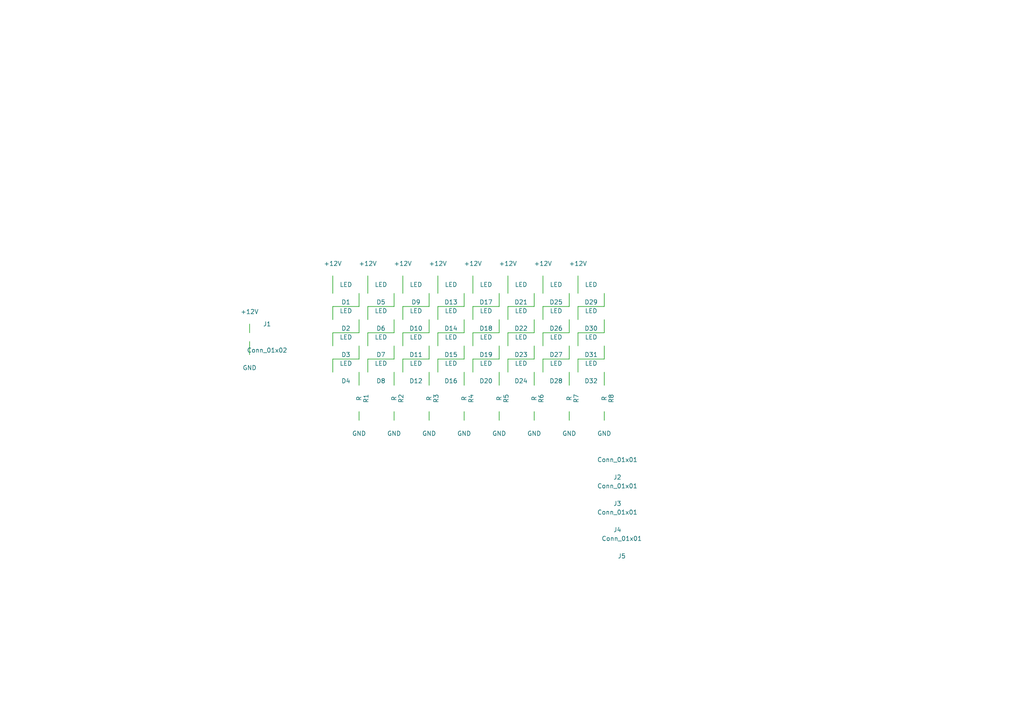
<source format=kicad_sch>
(kicad_sch (version 20230121) (generator eeschema)
  (paper "A4")
  (lib_symbols)
  (wire (pts (xy 114.3 88.9) (xy 114.3 85.09)))
  (wire (pts (xy 127 88.9) (xy 134.62 88.9)))
  (wire (pts (xy 134.62 121.92) (xy 134.62 119.38)))
  (wire (pts (xy 157.48 107.95) (xy 157.48 104.14)))
  (wire (pts (xy 116.84 96.52) (xy 124.46 96.52)))
  (wire (pts (xy 116.84 100.33) (xy 116.84 96.52)))
  (wire (pts (xy 106.68 85.09) (xy 106.68 80.01)))
  (wire (pts (xy 144.78 121.92) (xy 144.78 119.38)))
  (wire (pts (xy 154.94 88.9) (xy 154.94 85.09)))
  (wire (pts (xy 165.1 111.76) (xy 165.1 107.95)))
  (wire (pts (xy 137.16 100.33) (xy 137.16 96.52)))
  (wire (pts (xy 144.78 96.52) (xy 144.78 92.71)))
  (wire (pts (xy 104.14 88.9) (xy 96.52 88.9)))
  (wire (pts (xy 144.78 88.9) (xy 144.78 85.09)))
  (wire (pts (xy 167.64 85.09) (xy 167.64 80.01)))
  (wire (pts (xy 104.14 104.14) (xy 96.52 104.14)))
  (wire (pts (xy 114.3 121.92) (xy 114.3 119.38)))
  (wire (pts (xy 104.14 107.95) (xy 104.14 111.76)))
  (wire (pts (xy 104.14 96.52) (xy 104.14 92.71)))
  (wire (pts (xy 157.48 92.71) (xy 157.48 88.9)))
  (wire (pts (xy 157.48 96.52) (xy 165.1 96.52)))
  (wire (pts (xy 134.62 88.9) (xy 134.62 85.09)))
  (wire (pts (xy 175.26 96.52) (xy 175.26 92.71)))
  (wire (pts (xy 72.39 96.52) (xy 72.39 93.98)))
  (wire (pts (xy 154.94 111.76) (xy 154.94 107.95)))
  (wire (pts (xy 165.1 104.14) (xy 165.1 100.33)))
  (wire (pts (xy 147.32 96.52) (xy 154.94 96.52)))
  (wire (pts (xy 116.84 92.71) (xy 116.84 88.9)))
  (wire (pts (xy 124.46 96.52) (xy 124.46 92.71)))
  (wire (pts (xy 116.84 104.14) (xy 124.46 104.14)))
  (wire (pts (xy 147.32 92.71) (xy 147.32 88.9)))
  (wire (pts (xy 167.64 88.9) (xy 175.26 88.9)))
  (wire (pts (xy 127 92.71) (xy 127 88.9)))
  (wire (pts (xy 114.3 96.52) (xy 114.3 92.71)))
  (wire (pts (xy 157.48 104.14) (xy 165.1 104.14)))
  (wire (pts (xy 127 100.33) (xy 127 96.52)))
  (wire (pts (xy 116.84 85.09) (xy 116.84 80.01)))
  (wire (pts (xy 137.16 88.9) (xy 144.78 88.9)))
  (wire (pts (xy 127 85.09) (xy 127 80.01)))
  (wire (pts (xy 175.26 121.92) (xy 175.26 119.38)))
  (wire (pts (xy 134.62 111.76) (xy 134.62 107.95)))
  (wire (pts (xy 137.16 107.95) (xy 137.16 104.14)))
  (wire (pts (xy 96.52 80.01) (xy 96.52 85.09)))
  (wire (pts (xy 157.48 100.33) (xy 157.48 96.52)))
  (wire (pts (xy 154.94 121.92) (xy 154.94 119.38)))
  (wire (pts (xy 104.14 85.09) (xy 104.14 88.9)))
  (wire (pts (xy 116.84 88.9) (xy 124.46 88.9)))
  (wire (pts (xy 116.84 107.95) (xy 116.84 104.14)))
  (wire (pts (xy 165.1 88.9) (xy 165.1 85.09)))
  (wire (pts (xy 96.52 100.33) (xy 96.52 96.52)))
  (wire (pts (xy 96.52 96.52) (xy 104.14 96.52)))
  (wire (pts (xy 147.32 104.14) (xy 154.94 104.14)))
  (wire (pts (xy 114.3 111.76) (xy 114.3 107.95)))
  (wire (pts (xy 106.68 100.33) (xy 106.68 96.52)))
  (wire (pts (xy 124.46 88.9) (xy 124.46 85.09)))
  (wire (pts (xy 175.26 88.9) (xy 175.26 85.09)))
  (wire (pts (xy 175.26 111.76) (xy 175.26 107.95)))
  (wire (pts (xy 167.64 100.33) (xy 167.64 96.52)))
  (wire (pts (xy 134.62 104.14) (xy 134.62 100.33)))
  (wire (pts (xy 127 104.14) (xy 134.62 104.14)))
  (wire (pts (xy 72.39 99.06) (xy 72.39 102.87)))
  (wire (pts (xy 106.68 96.52) (xy 114.3 96.52)))
  (wire (pts (xy 137.16 92.71) (xy 137.16 88.9)))
  (wire (pts (xy 96.52 88.9) (xy 96.52 92.71)))
  (wire (pts (xy 106.68 107.95) (xy 106.68 104.14)))
  (wire (pts (xy 104.14 100.33) (xy 104.14 104.14)))
  (wire (pts (xy 167.64 96.52) (xy 175.26 96.52)))
  (wire (pts (xy 137.16 85.09) (xy 137.16 80.01)))
  (wire (pts (xy 167.64 92.71) (xy 167.64 88.9)))
  (wire (pts (xy 104.14 119.38) (xy 104.14 121.92)))
  (wire (pts (xy 147.32 85.09) (xy 147.32 80.01)))
  (wire (pts (xy 144.78 111.76) (xy 144.78 107.95)))
  (wire (pts (xy 127 107.95) (xy 127 104.14)))
  (wire (pts (xy 147.32 107.95) (xy 147.32 104.14)))
  (wire (pts (xy 165.1 96.52) (xy 165.1 92.71)))
  (wire (pts (xy 154.94 104.14) (xy 154.94 100.33)))
  (wire (pts (xy 157.48 88.9) (xy 165.1 88.9)))
  (wire (pts (xy 96.52 104.14) (xy 96.52 107.95)))
  (wire (pts (xy 147.32 88.9) (xy 154.94 88.9)))
  (wire (pts (xy 127 96.52) (xy 134.62 96.52)))
  (wire (pts (xy 106.68 92.71) (xy 106.68 88.9)))
  (wire (pts (xy 137.16 96.52) (xy 144.78 96.52)))
  (wire (pts (xy 175.26 104.14) (xy 175.26 100.33)))
  (wire (pts (xy 154.94 96.52) (xy 154.94 92.71)))
  (wire (pts (xy 165.1 121.92) (xy 165.1 119.38)))
  (wire (pts (xy 144.78 104.14) (xy 144.78 100.33)))
  (wire (pts (xy 124.46 121.92) (xy 124.46 119.38)))
  (wire (pts (xy 106.68 104.14) (xy 114.3 104.14)))
  (wire (pts (xy 167.64 104.14) (xy 175.26 104.14)))
  (wire (pts (xy 137.16 104.14) (xy 144.78 104.14)))
  (wire (pts (xy 106.68 88.9) (xy 114.3 88.9)))
  (wire (pts (xy 147.32 100.33) (xy 147.32 96.52)))
  (wire (pts (xy 124.46 111.76) (xy 124.46 107.95)))
  (wire (pts (xy 134.62 96.52) (xy 134.62 92.71)))
  (wire (pts (xy 124.46 104.14) (xy 124.46 100.33)))
  (wire (pts (xy 157.48 85.09) (xy 157.48 80.01)))
  (wire (pts (xy 167.64 107.95) (xy 167.64 104.14)))
  (wire (pts (xy 114.3 104.14) (xy 114.3 100.33)))
  (symbol (lib_id "LED") (at 100.33 85.09 180) (unit 1)
    (property "Reference" "D1" (at 100.33 87.63 0))
    (property "Value" "LED" (at 100.33 82.55 0))
    (property "Footprint" "LEDs:LED_D5.0mm" (effects hide))
  )
  (symbol (lib_id "Conn_01x02") (at 77.47 96.52 0) (unit 1)
    (property "Reference" "J1" (at 77.47 93.98 0))
    (property "Value" "Conn_01x02" (at 77.47 101.6 0))
    (property "Footprint" "Connectors_Molex:Molex_NanoFit_1x02x2.50mm_Straight" (effects hide))
  )
  (symbol (lib_id "R") (at 104.14 115.57 0) (unit 1)
    (property "Reference" "R1" (at 106.172 115.57 90))
    (property "Value" "R" (at 104.14 115.57 90))
    (property "Footprint" "Resistors_THT:R_Axial_DIN0207_L6.3mm_D2.5mm_P10.16mm_Horizontal" (effects hide))
  )
  (symbol (lib_id "+12V") (at 72.39 93.98 0) (unit 1)
    (property "Reference" "#PWR01" (effects hide))
    (property "Value" "+12V" (at 72.39 90.424 0))
  )
  (symbol (lib_id "GND") (at 72.39 102.87 0) (unit 1)
    (property "Reference" "#PWR02" (effects hide))
    (property "Value" "GND" (at 72.39 106.68 0))
  )
  (symbol (lib_id "LED") (at 100.33 92.71 180) (unit 1)
    (property "Reference" "D2" (at 100.33 95.25 0))
    (property "Value" "LED" (at 100.33 90.17 0))
    (property "Footprint" "LEDs:LED_D5.0mm" (effects hide))
  )
  (symbol (lib_id "LED") (at 100.33 100.33 180) (unit 1)
    (property "Reference" "D3" (at 100.33 102.87 0))
    (property "Value" "LED" (at 100.33 97.79 0))
    (property "Footprint" "LEDs:LED_D5.0mm" (effects hide))
  )
  (symbol (lib_id "LED") (at 100.33 107.95 180) (unit 1)
    (property "Reference" "D4" (at 100.33 110.49 0))
    (property "Value" "LED" (at 100.33 105.41 0))
    (property "Footprint" "LEDs:LED_D5.0mm" (effects hide))
  )
  (symbol (lib_id "LED") (at 110.49 85.09 180) (unit 1)
    (property "Reference" "D5" (at 110.49 87.63 0))
    (property "Value" "LED" (at 110.49 82.55 0))
    (property "Footprint" "LEDs:LED_D5.0mm" (effects hide))
  )
  (symbol (lib_id "LED") (at 120.65 85.09 180) (unit 1)
    (property "Reference" "D9" (at 120.65 87.63 0))
    (property "Value" "LED" (at 120.65 82.55 0))
    (property "Footprint" "LEDs:LED_D5.0mm" (effects hide))
  )
  (symbol (lib_id "LED") (at 130.81 85.09 180) (unit 1)
    (property "Reference" "D13" (at 130.81 87.63 0))
    (property "Value" "LED" (at 130.81 82.55 0))
    (property "Footprint" "LEDs:LED_D5.0mm" (effects hide))
  )
  (symbol (lib_id "LED") (at 140.97 85.09 180) (unit 1)
    (property "Reference" "D17" (at 140.97 87.63 0))
    (property "Value" "LED" (at 140.97 82.55 0))
    (property "Footprint" "LEDs:LED_D5.0mm" (effects hide))
  )
  (symbol (lib_id "LED") (at 151.13 85.09 180) (unit 1)
    (property "Reference" "D21" (at 151.13 87.63 0))
    (property "Value" "LED" (at 151.13 82.55 0))
    (property "Footprint" "LEDs:LED_D5.0mm" (effects hide))
  )
  (symbol (lib_id "LED") (at 161.29 85.09 180) (unit 1)
    (property "Reference" "D25" (at 161.29 87.63 0))
    (property "Value" "LED" (at 161.29 82.55 0))
    (property "Footprint" "LEDs:LED_D5.0mm" (effects hide))
  )
  (symbol (lib_id "LED") (at 171.45 85.09 180) (unit 1)
    (property "Reference" "D29" (at 171.45 87.63 0))
    (property "Value" "LED" (at 171.45 82.55 0))
    (property "Footprint" "LEDs:LED_D5.0mm" (effects hide))
  )
  (symbol (lib_id "LED") (at 110.49 92.71 180) (unit 1)
    (property "Reference" "D6" (at 110.49 95.25 0))
    (property "Value" "LED" (at 110.49 90.17 0))
    (property "Footprint" "LEDs:LED_D5.0mm" (effects hide))
  )
  (symbol (lib_id "LED") (at 110.49 100.33 180) (unit 1)
    (property "Reference" "D7" (at 110.49 102.87 0))
    (property "Value" "LED" (at 110.49 97.79 0))
    (property "Footprint" "LEDs:LED_D5.0mm" (effects hide))
  )
  (symbol (lib_id "LED") (at 110.49 107.95 180) (unit 1)
    (property "Reference" "D8" (at 110.49 110.49 0))
    (property "Value" "LED" (at 110.49 105.41 0))
    (property "Footprint" "LEDs:LED_D5.0mm" (effects hide))
  )
  (symbol (lib_id "LED") (at 120.65 92.71 180) (unit 1)
    (property "Reference" "D10" (at 120.65 95.25 0))
    (property "Value" "LED" (at 120.65 90.17 0))
    (property "Footprint" "LEDs:LED_D5.0mm" (effects hide))
  )
  (symbol (lib_id "LED") (at 120.65 100.33 180) (unit 1)
    (property "Reference" "D11" (at 120.65 102.87 0))
    (property "Value" "LED" (at 120.65 97.79 0))
    (property "Footprint" "LEDs:LED_D5.0mm" (effects hide))
  )
  (symbol (lib_id "LED") (at 120.65 107.95 180) (unit 1)
    (property "Reference" "D12" (at 120.65 110.49 0))
    (property "Value" "LED" (at 120.65 105.41 0))
    (property "Footprint" "LEDs:LED_D5.0mm" (effects hide))
  )
  (symbol (lib_id "LED") (at 130.81 92.71 180) (unit 1)
    (property "Reference" "D14" (at 130.81 95.25 0))
    (property "Value" "LED" (at 130.81 90.17 0))
    (property "Footprint" "LEDs:LED_D5.0mm" (effects hide))
  )
  (symbol (lib_id "LED") (at 130.81 100.33 180) (unit 1)
    (property "Reference" "D15" (at 130.81 102.87 0))
    (property "Value" "LED" (at 130.81 97.79 0))
    (property "Footprint" "LEDs:LED_D5.0mm" (effects hide))
  )
  (symbol (lib_id "LED") (at 130.81 107.95 180) (unit 1)
    (property "Reference" "D16" (at 130.81 110.49 0))
    (property "Value" "LED" (at 130.81 105.41 0))
    (property "Footprint" "LEDs:LED_D5.0mm" (effects hide))
  )
  (symbol (lib_id "LED") (at 140.97 92.71 180) (unit 1)
    (property "Reference" "D18" (at 140.97 95.25 0))
    (property "Value" "LED" (at 140.97 90.17 0))
    (property "Footprint" "LEDs:LED_D5.0mm" (effects hide))
  )
  (symbol (lib_id "LED") (at 140.97 100.33 180) (unit 1)
    (property "Reference" "D19" (at 140.97 102.87 0))
    (property "Value" "LED" (at 140.97 97.79 0))
    (property "Footprint" "LEDs:LED_D5.0mm" (effects hide))
  )
  (symbol (lib_id "LED") (at 140.97 107.95 180) (unit 1)
    (property "Reference" "D20" (at 140.97 110.49 0))
    (property "Value" "LED" (at 140.97 105.41 0))
    (property "Footprint" "LEDs:LED_D5.0mm" (effects hide))
  )
  (symbol (lib_id "LED") (at 151.13 92.71 180) (unit 1)
    (property "Reference" "D22" (at 151.13 95.25 0))
    (property "Value" "LED" (at 151.13 90.17 0))
    (property "Footprint" "LEDs:LED_D5.0mm" (effects hide))
  )
  (symbol (lib_id "LED") (at 151.13 100.33 180) (unit 1)
    (property "Reference" "D23" (at 151.13 102.87 0))
    (property "Value" "LED" (at 151.13 97.79 0))
    (property "Footprint" "LEDs:LED_D5.0mm" (effects hide))
  )
  (symbol (lib_id "LED") (at 151.13 107.95 180) (unit 1)
    (property "Reference" "D24" (at 151.13 110.49 0))
    (property "Value" "LED" (at 151.13 105.41 0))
    (property "Footprint" "LEDs:LED_D5.0mm" (effects hide))
  )
  (symbol (lib_id "LED") (at 161.29 92.71 180) (unit 1)
    (property "Reference" "D26" (at 161.29 95.25 0))
    (property "Value" "LED" (at 161.29 90.17 0))
    (property "Footprint" "LEDs:LED_D5.0mm" (effects hide))
  )
  (symbol (lib_id "LED") (at 161.29 100.33 180) (unit 1)
    (property "Reference" "D27" (at 161.29 102.87 0))
    (property "Value" "LED" (at 161.29 97.79 0))
    (property "Footprint" "LEDs:LED_D5.0mm" (effects hide))
  )
  (symbol (lib_id "LED") (at 161.29 107.95 180) (unit 1)
    (property "Reference" "D28" (at 161.29 110.49 0))
    (property "Value" "LED" (at 161.29 105.41 0))
    (property "Footprint" "LEDs:LED_D5.0mm" (effects hide))
  )
  (symbol (lib_id "LED") (at 171.45 92.71 180) (unit 1)
    (property "Reference" "D30" (at 171.45 95.25 0))
    (property "Value" "LED" (at 171.45 90.17 0))
    (property "Footprint" "LEDs:LED_D5.0mm" (effects hide))
  )
  (symbol (lib_id "LED") (at 171.45 100.33 180) (unit 1)
    (property "Reference" "D31" (at 171.45 102.87 0))
    (property "Value" "LED" (at 171.45 97.79 0))
    (property "Footprint" "LEDs:LED_D5.0mm" (effects hide))
  )
  (symbol (lib_id "LED") (at 171.45 107.95 180) (unit 1)
    (property "Reference" "D32" (at 171.45 110.49 0))
    (property "Value" "LED" (at 171.45 105.41 0))
    (property "Footprint" "LEDs:LED_D5.0mm" (effects hide))
  )
  (symbol (lib_id "R") (at 114.3 115.57 0) (unit 1)
    (property "Reference" "R2" (at 116.332 115.57 90))
    (property "Value" "R" (at 114.3 115.57 90))
    (property "Footprint" "Resistors_THT:R_Axial_DIN0207_L6.3mm_D2.5mm_P10.16mm_Horizontal" (effects hide))
  )
  (symbol (lib_id "R") (at 124.46 115.57 0) (unit 1)
    (property "Reference" "R3" (at 126.492 115.57 90))
    (property "Value" "R" (at 124.46 115.57 90))
    (property "Footprint" "Resistors_THT:R_Axial_DIN0207_L6.3mm_D2.5mm_P10.16mm_Horizontal" (effects hide))
  )
  (symbol (lib_id "R") (at 134.62 115.57 0) (unit 1)
    (property "Reference" "R4" (at 136.652 115.57 90))
    (property "Value" "R" (at 134.62 115.57 90))
    (property "Footprint" "Resistors_THT:R_Axial_DIN0207_L6.3mm_D2.5mm_P10.16mm_Horizontal" (effects hide))
  )
  (symbol (lib_id "R") (at 144.78 115.57 0) (unit 1)
    (property "Reference" "R5" (at 146.812 115.57 90))
    (property "Value" "R" (at 144.78 115.57 90))
    (property "Footprint" "Resistors_THT:R_Axial_DIN0207_L6.3mm_D2.5mm_P10.16mm_Horizontal" (effects hide))
  )
  (symbol (lib_id "R") (at 154.94 115.57 0) (unit 1)
    (property "Reference" "R6" (at 156.972 115.57 90))
    (property "Value" "R" (at 154.94 115.57 90))
    (property "Footprint" "Resistors_THT:R_Axial_DIN0207_L6.3mm_D2.5mm_P10.16mm_Horizontal" (effects hide))
  )
  (symbol (lib_id "R") (at 165.1 115.57 0) (unit 1)
    (property "Reference" "R7" (at 167.132 115.57 90))
    (property "Value" "R" (at 165.1 115.57 90))
    (property "Footprint" "Resistors_THT:R_Axial_DIN0207_L6.3mm_D2.5mm_P10.16mm_Horizontal" (effects hide))
  )
  (symbol (lib_id "R") (at 175.26 115.57 0) (unit 1)
    (property "Reference" "R8" (at 177.292 115.57 90))
    (property "Value" "R" (at 175.26 115.57 90))
    (property "Footprint" "Resistors_THT:R_Axial_DIN0207_L6.3mm_D2.5mm_P10.16mm_Horizontal" (effects hide))
  )
  (symbol (lib_id "GND") (at 104.14 121.92 0) (unit 1)
    (property "Reference" "#PWR03" (effects hide))
    (property "Value" "GND" (at 104.14 125.73 0))
  )
  (symbol (lib_id "GND") (at 114.3 121.92 0) (unit 1)
    (property "Reference" "#PWR04" (effects hide))
    (property "Value" "GND" (at 114.3 125.73 0))
  )
  (symbol (lib_id "GND") (at 124.46 121.92 0) (unit 1)
    (property "Reference" "#PWR05" (effects hide))
    (property "Value" "GND" (at 124.46 125.73 0))
  )
  (symbol (lib_id "GND") (at 134.62 121.92 0) (unit 1)
    (property "Reference" "#PWR06" (effects hide))
    (property "Value" "GND" (at 134.62 125.73 0))
  )
  (symbol (lib_id "GND") (at 144.78 121.92 0) (unit 1)
    (property "Reference" "#PWR07" (effects hide))
    (property "Value" "GND" (at 144.78 125.73 0))
  )
  (symbol (lib_id "GND") (at 154.94 121.92 0) (unit 1)
    (property "Reference" "#PWR08" (effects hide))
    (property "Value" "GND" (at 154.94 125.73 0))
  )
  (symbol (lib_id "GND") (at 165.1 121.92 0) (unit 1)
    (property "Reference" "#PWR09" (effects hide))
    (property "Value" "GND" (at 165.1 125.73 0))
  )
  (symbol (lib_id "GND") (at 175.26 121.92 0) (unit 1)
    (property "Reference" "#PWR010" (effects hide))
    (property "Value" "GND" (at 175.26 125.73 0))
  )
  (symbol (lib_id "+12V") (at 96.52 80.01 0) (unit 1)
    (property "Reference" "#PWR011" (effects hide))
    (property "Value" "+12V" (at 96.52 76.454 0))
  )
  (symbol (lib_id "+12V") (at 106.68 80.01 0) (unit 1)
    (property "Reference" "#PWR012" (effects hide))
    (property "Value" "+12V" (at 106.68 76.454 0))
  )
  (symbol (lib_id "+12V") (at 116.84 80.01 0) (unit 1)
    (property "Reference" "#PWR013" (effects hide))
    (property "Value" "+12V" (at 116.84 76.454 0))
  )
  (symbol (lib_id "+12V") (at 127 80.01 0) (unit 1)
    (property "Reference" "#PWR014" (effects hide))
    (property "Value" "+12V" (at 127 76.454 0))
  )
  (symbol (lib_id "+12V") (at 137.16 80.01 0) (unit 1)
    (property "Reference" "#PWR015" (effects hide))
    (property "Value" "+12V" (at 137.16 76.454 0))
  )
  (symbol (lib_id "+12V") (at 147.32 80.01 0) (unit 1)
    (property "Reference" "#PWR016" (effects hide))
    (property "Value" "+12V" (at 147.32 76.454 0))
  )
  (symbol (lib_id "+12V") (at 157.48 80.01 0) (unit 1)
    (property "Reference" "#PWR017" (effects hide))
    (property "Value" "+12V" (at 157.48 76.454 0))
  )
  (symbol (lib_id "+12V") (at 167.64 80.01 0) (unit 1)
    (property "Reference" "#PWR018" (effects hide))
    (property "Value" "+12V" (at 167.64 76.454 0))
  )
  (symbol (lib_id "Conn_01x01") (at 179.07 135.89 180) (unit 1)
    (property "Reference" "J2" (at 179.07 138.43 0))
    (property "Value" "Conn_01x01" (at 179.07 133.35 0))
    (property "Footprint" "Mounting_Holes:MountingHole_3.2mm_M3" (effects hide))
  )
  (symbol (lib_id "Conn_01x01") (at 179.07 143.51 180) (unit 1)
    (property "Reference" "J3" (at 179.07 146.05 0))
    (property "Value" "Conn_01x01" (at 179.07 140.97 0))
    (property "Footprint" "Mounting_Holes:MountingHole_3.2mm_M3" (effects hide))
  )
  (symbol (lib_id "Conn_01x01") (at 179.07 151.13 180) (unit 1)
    (property "Reference" "J4" (at 179.07 153.67 0))
    (property "Value" "Conn_01x01" (at 179.07 148.59 0))
    (property "Footprint" "Mounting_Holes:MountingHole_3.2mm_M3" (effects hide))
  )
  (symbol (lib_id "Conn_01x01") (at 180.34 158.75 180) (unit 1)
    (property "Reference" "J5" (at 180.34 161.29 0))
    (property "Value" "Conn_01x01" (at 180.34 156.21 0))
    (property "Footprint" "Mounting_Holes:MountingHole_3.2mm_M3" (effects hide))
  )
)
</source>
